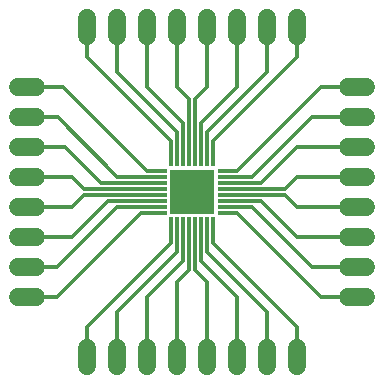
<source format=gbr>
G04 EAGLE Gerber RS-274X export*
G75*
%MOMM*%
%FSLAX34Y34*%
%LPD*%
%INTop Copper*%
%IPPOS*%
%AMOC8*
5,1,8,0,0,1.08239X$1,22.5*%
G01*
%ADD10R,0.800000X0.300000*%
%ADD11R,0.300000X0.800000*%
%ADD12R,3.750000X3.750000*%
%ADD13C,1.524000*%
%ADD14C,0.152400*%
%ADD15C,0.304800*%


D10*
X483000Y449300D03*
X483000Y444300D03*
X483000Y439300D03*
X483000Y434300D03*
X483000Y429300D03*
X483000Y424300D03*
X483000Y419300D03*
X483000Y414300D03*
D11*
X490500Y406800D03*
X495500Y406800D03*
X500500Y406800D03*
X505500Y406800D03*
X510500Y406800D03*
X515500Y406800D03*
X520500Y406800D03*
X525500Y406800D03*
D10*
X533000Y414300D03*
X533000Y419300D03*
X533000Y424300D03*
X533000Y429300D03*
X533000Y434300D03*
X533000Y439300D03*
X533000Y444300D03*
X533000Y449300D03*
D11*
X525500Y456800D03*
X520500Y456800D03*
X515500Y456800D03*
X510500Y456800D03*
X505500Y456800D03*
X500500Y456800D03*
X495500Y456800D03*
X490500Y456800D03*
D12*
X508000Y431800D03*
D13*
X375920Y368300D02*
X360680Y368300D01*
X360680Y393700D02*
X375920Y393700D01*
X375920Y419100D02*
X360680Y419100D01*
X360680Y444500D02*
X375920Y444500D01*
X375920Y469900D02*
X360680Y469900D01*
X360680Y495300D02*
X375920Y495300D01*
X375920Y520700D02*
X360680Y520700D01*
X360680Y342900D02*
X375920Y342900D01*
X640080Y368300D02*
X655320Y368300D01*
X655320Y393700D02*
X640080Y393700D01*
X640080Y419100D02*
X655320Y419100D01*
X655320Y444500D02*
X640080Y444500D01*
X640080Y469900D02*
X655320Y469900D01*
X655320Y495300D02*
X640080Y495300D01*
X640080Y520700D02*
X655320Y520700D01*
X655320Y342900D02*
X640080Y342900D01*
X571500Y299720D02*
X571500Y284480D01*
X546100Y284480D02*
X546100Y299720D01*
X520700Y299720D02*
X520700Y284480D01*
X495300Y284480D02*
X495300Y299720D01*
X469900Y299720D02*
X469900Y284480D01*
X444500Y284480D02*
X444500Y299720D01*
X419100Y299720D02*
X419100Y284480D01*
X596900Y284480D02*
X596900Y299720D01*
X571500Y563880D02*
X571500Y579120D01*
X546100Y579120D02*
X546100Y563880D01*
X520700Y563880D02*
X520700Y579120D01*
X495300Y579120D02*
X495300Y563880D01*
X469900Y563880D02*
X469900Y579120D01*
X444500Y579120D02*
X444500Y563880D01*
X419100Y563880D02*
X419100Y579120D01*
X596900Y579120D02*
X596900Y563880D01*
D14*
X521208Y457200D02*
X520500Y456800D01*
D15*
X520700Y457000D01*
X520700Y482600D01*
X571500Y533400D01*
X571500Y571500D01*
D14*
X525780Y457200D02*
X525500Y456800D01*
X595884Y571500D02*
X596900Y571500D01*
D15*
X596900Y546100D01*
X525500Y474700D02*
X525500Y456800D01*
X525500Y474700D02*
X596900Y546100D01*
X393700Y342900D02*
X368300Y342900D01*
X465100Y414300D02*
X483000Y414300D01*
X465100Y414300D02*
X393700Y342900D01*
D14*
X481584Y419100D02*
X483000Y419300D01*
D15*
X393700Y368300D02*
X368300Y368300D01*
X482800Y419100D02*
X483000Y419300D01*
X444500Y419100D02*
X393700Y368300D01*
X444500Y419100D02*
X482800Y419100D01*
D14*
X481584Y423672D02*
X483000Y424300D01*
D15*
X437000Y424300D01*
X406400Y393700D01*
X368300Y393700D01*
X416600Y429300D02*
X483000Y429300D01*
X416600Y429300D02*
X406400Y419100D01*
X368300Y419100D01*
D14*
X481584Y434340D02*
X483000Y434300D01*
D15*
X416600Y434300D01*
X406400Y444500D01*
X368300Y444500D01*
X431042Y439300D02*
X483000Y439300D01*
X431042Y439300D02*
X400442Y469900D01*
X368300Y469900D01*
X368300Y495300D02*
X394208Y495300D01*
X444754Y444754D01*
X445208Y444300D02*
X483000Y444300D01*
X445208Y444300D02*
X444754Y444754D01*
X490500Y406800D02*
X490500Y388900D01*
X419100Y317500D02*
X419100Y292100D01*
X419100Y317500D02*
X490500Y388900D01*
D14*
X495300Y405384D02*
X495500Y406800D01*
D15*
X495500Y381200D01*
X495300Y381000D01*
X444500Y330200D01*
X444500Y292100D01*
D14*
X499872Y405384D02*
X500500Y406800D01*
D15*
X500500Y406469D01*
X500446Y406415D01*
X500446Y373446D01*
X469900Y342900D02*
X469900Y292100D01*
X469900Y342900D02*
X500446Y373446D01*
X505500Y365800D02*
X505500Y406800D01*
X505500Y365800D02*
X495300Y355600D01*
X495300Y292100D01*
X510500Y365800D02*
X510500Y406800D01*
X510500Y365800D02*
X520700Y355600D01*
X520700Y292100D01*
X515500Y373500D02*
X515500Y406800D01*
X515500Y373500D02*
X546100Y342900D01*
X546100Y292100D01*
D14*
X521208Y405384D02*
X520500Y406800D01*
X571500Y292608D02*
X571500Y292100D01*
D15*
X520700Y381000D02*
X520500Y381200D01*
X520500Y406656D02*
X520500Y406800D01*
X520500Y406656D02*
X520595Y406537D01*
X520500Y405668D01*
X520500Y381200D01*
X520700Y381000D02*
X571500Y330200D01*
X571500Y292100D01*
D14*
X525780Y405384D02*
X525500Y406800D01*
D15*
X525500Y388900D01*
X596900Y317500D02*
X596900Y292100D01*
X596900Y317500D02*
X525500Y388900D01*
D14*
X533400Y413004D02*
X533000Y414300D01*
D15*
X546100Y414300D01*
X617500Y342900D02*
X647700Y342900D01*
X617500Y342900D02*
X546100Y414300D01*
D14*
X533400Y419100D02*
X533000Y419300D01*
X647700Y368808D02*
X647700Y368300D01*
D15*
X558600Y419300D02*
X533000Y419300D01*
X558600Y419300D02*
X558800Y419100D01*
X635000Y368300D02*
X647700Y368300D01*
X635000Y368300D02*
X622300Y368300D01*
X609600Y368300D02*
X558800Y419100D01*
X609600Y368300D02*
X622300Y368300D01*
D14*
X533400Y423672D02*
X533000Y424300D01*
D15*
X566300Y424300D01*
X596900Y393700D02*
X647700Y393700D01*
X596900Y393700D02*
X566300Y424300D01*
X586700Y429300D02*
X596900Y419100D01*
X586700Y429300D02*
X533000Y429300D01*
X596900Y419100D02*
X647700Y419100D01*
D14*
X533400Y434340D02*
X533000Y434300D01*
D15*
X586700Y434300D01*
X596900Y444500D01*
X647700Y444500D01*
X566300Y439300D02*
X533000Y439300D01*
X596900Y469900D02*
X647700Y469900D01*
X596900Y469900D02*
X566300Y439300D01*
D14*
X533400Y445008D02*
X533000Y444300D01*
D15*
X533200Y444500D01*
X558800Y444500D01*
X635000Y495300D02*
X647700Y495300D01*
X635000Y495300D02*
X622300Y495300D01*
X609600Y495300D02*
X558800Y444500D01*
X609600Y495300D02*
X622300Y495300D01*
D14*
X533400Y449580D02*
X533000Y449300D01*
X647700Y519684D02*
X647700Y520700D01*
D15*
X546100Y449300D02*
X533000Y449300D01*
X546100Y449300D02*
X617500Y520700D01*
X647700Y520700D01*
D14*
X516636Y457200D02*
X515500Y456800D01*
X545592Y571500D02*
X546100Y571500D01*
D15*
X515500Y490100D02*
X515500Y456800D01*
X515500Y490100D02*
X546100Y520700D01*
X546100Y571500D01*
D14*
X510540Y457200D02*
X510500Y456800D01*
X519684Y571500D02*
X520700Y571500D01*
D15*
X510500Y510500D02*
X510500Y456800D01*
X510500Y510500D02*
X520700Y520700D01*
X520700Y571500D01*
D14*
X504444Y457200D02*
X505500Y456800D01*
D15*
X505500Y510500D01*
X495300Y520700D01*
X495300Y571500D01*
D14*
X499872Y457200D02*
X500500Y456800D01*
D15*
X500500Y490100D01*
X469900Y520700D01*
X469900Y571500D01*
X495300Y457000D02*
X495500Y456800D01*
X495300Y457000D02*
X495300Y482600D01*
X444500Y533400D01*
X444500Y571500D01*
X419100Y571500D02*
X419100Y546100D01*
X490500Y474700D02*
X490500Y456800D01*
X490500Y474700D02*
X419100Y546100D01*
X469900Y449300D02*
X483000Y449300D01*
X469900Y449300D02*
X398500Y520700D01*
X368300Y520700D01*
M02*

</source>
